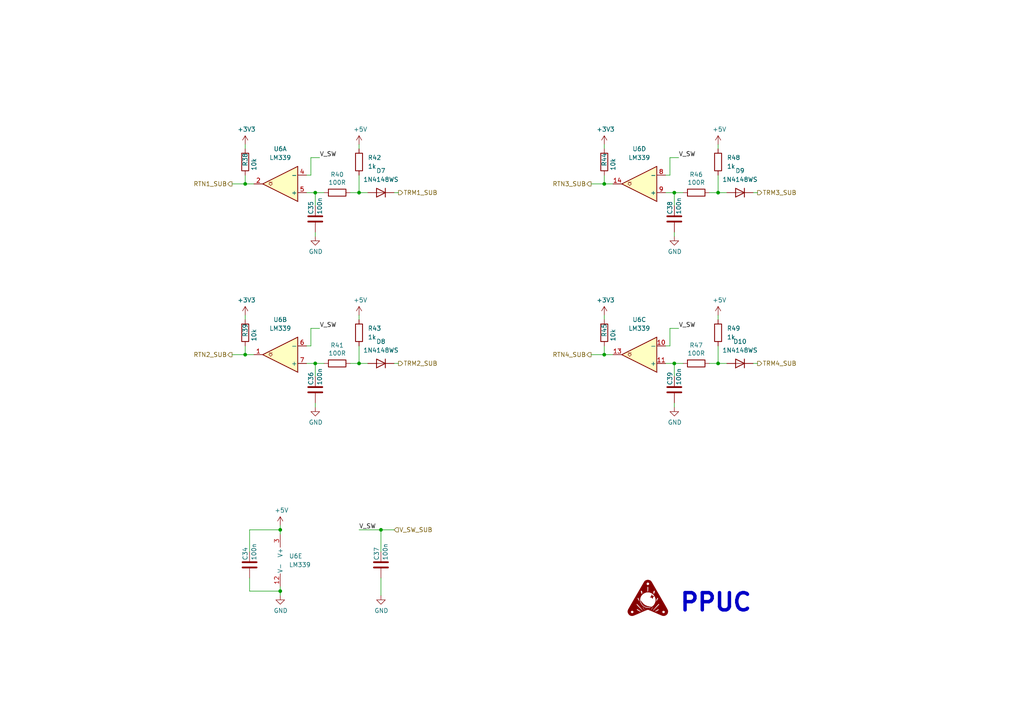
<source format=kicad_sch>
(kicad_sch (version 20211123) (generator eeschema)
  (paper "A4")
  (title_block (title "IO_16x8_matrix") (date "2024-02-18") (rev "0.1.0"))
  (lib_symbols
    (symbol "Comparator:LM339" (pin_names (offset 0.127))
      (property "Reference" "U" (at 0 5.08 0))
      (property "Value" "LM339" (at 0 -5.08 0))
      (symbol "LM339_1_1"
        (polyline (pts (xy -5.08 5.08) (xy 5.08 0) (xy -5.08 -5.08) (xy -5.08 5.08)) (stroke (width 0.254)) (fill (type background)))
        (polyline (pts (xy 3.302 -0.508) (xy 2.794 -0.508) (xy 3.302 0) (xy 2.794 0.508) (xy 2.286 0) (xy 2.794 -0.508) (xy 2.286 -0.508)) (stroke (width 0.127)))
        (pin open_collector line (at 7.62 0 180) (length 2.54) (name "~") (number "2"))
        (pin input line (at -7.62 -2.54 0) (length 2.54) (name "-") (number "4"))
        (pin input line (at -7.62 2.54 0) (length 2.54) (name "+") (number "5"))
      )
      (symbol "LM339_2_1"
        (polyline (pts (xy -5.08 5.08) (xy 5.08 0) (xy -5.08 -5.08) (xy -5.08 5.08)) (stroke (width 0.254)) (fill (type background)))
        (polyline (pts (xy 3.302 -0.508) (xy 2.794 -0.508) (xy 3.302 0) (xy 2.794 0.508) (xy 2.286 0) (xy 2.794 -0.508) (xy 2.286 -0.508)) (stroke (width 0.127)))
        (pin open_collector line (at 7.62 0 180) (length 2.54) (name "~") (number "1"))
        (pin input line (at -7.62 -2.54 0) (length 2.54) (name "-") (number "6"))
        (pin input line (at -7.62 2.54 0) (length 2.54) (name "+") (number "7"))
      )
      (symbol "LM339_3_1"
        (polyline (pts (xy -5.08 5.08) (xy 5.08 0) (xy -5.08 -5.08) (xy -5.08 5.08)) (stroke (width 0.254)) (fill (type background)))
        (polyline (pts (xy 3.302 -0.508) (xy 2.794 -0.508) (xy 3.302 0) (xy 2.794 0.508) (xy 2.286 0) (xy 2.794 -0.508) (xy 2.286 -0.508)) (stroke (width 0.127)))
        (pin input line (at -7.62 -2.54 0) (length 2.54) (name "-") (number "10"))
        (pin input line (at -7.62 2.54 0) (length 2.54) (name "+") (number "11"))
        (pin open_collector line (at 7.62 0 180) (length 2.54) (name "~") (number "13"))
      )
      (symbol "LM339_4_1"
        (polyline (pts (xy -5.08 5.08) (xy 5.08 0) (xy -5.08 -5.08) (xy -5.08 5.08)) (stroke (width 0.254)) (fill (type background)))
        (polyline (pts (xy 3.302 -0.508) (xy 2.794 -0.508) (xy 3.302 0) (xy 2.794 0.508) (xy 2.286 0) (xy 2.794 -0.508) (xy 2.286 -0.508)) (stroke (width 0.127)))
        (pin open_collector line (at 7.62 0 180) (length 2.54) (name "~") (number "14"))
        (pin input line (at -7.62 -2.54 0) (length 2.54) (name "-") (number "8"))
        (pin input line (at -7.62 2.54 0) (length 2.54) (name "+") (number "9"))
      )
      (symbol "LM339_5_1"
        (pin power_in line (at -2.54 -7.62 90) (length 3.81) (name "V-") (number "12"))
        (pin power_in line (at -2.54 7.62 270) (length 3.81) (name "V+") (number "3"))
      )
    )
    (symbol "Device:C" (pin_numbers hide) (pin_names (offset 0.254))
      (property "Reference" "C" (at 0.635 2.54 0))
      (property "Value" "C" (at 0.635 -2.54 0))
      (symbol "C_0_1"
        (polyline (pts (xy -2.032 -0.762) (xy 2.032 -0.762)) (stroke (width 0.508)))
        (polyline (pts (xy -2.032 0.762) (xy 2.032 0.762)) (stroke (width 0.508)))
      )
      (symbol "C_1_1"
        (pin passive line (at 0 3.81 270) (length 2.794) (name "~") (number "1"))
        (pin passive line (at 0 -3.81 90) (length 2.794) (name "~") (number "2"))
      )
    )
    (symbol "Device:R" (pin_numbers hide) (pin_names (offset 0))
      (property "Reference" "R" (at 2.032 0 90))
      (property "Value" "R" (at 0 0 90))
      (symbol "R_0_1"
        (rectangle (start -1.016 -2.54) (end 1.016 2.54) (stroke (width 0.254)))
      )
      (symbol "R_1_1"
        (pin passive line (at 0 3.81 270) (length 1.27) (name "~") (number "1"))
        (pin passive line (at 0 -3.81 90) (length 1.27) (name "~") (number "2"))
      )
    )
    (symbol "Diode:1N4148WS" (pin_numbers hide) (pin_names hide)
      (property "Reference" "D" (at 0 2.54 0))
      (property "Value" "1N4148WS" (at 0 -2.54 0))
      (symbol "1N4148WS_0_1"
        (polyline (pts (xy -1.27 1.27) (xy -1.27 -1.27)) (stroke (width 0.254)))
        (polyline (pts (xy 1.27 0) (xy -1.27 0)))
        (polyline (pts (xy 1.27 1.27) (xy 1.27 -1.27) (xy -1.27 0) (xy 1.27 1.27)) (stroke (width 0.254)))
      )
      (symbol "1N4148WS_1_1"
        (pin passive line (at -3.81 0 0) (length 2.54) (name "K") (number "1"))
        (pin passive line (at 3.81 0 180) (length 2.54) (name "A") (number "2"))
      )
    )
    (symbol "PPUC_LOGO_LIB:LOGO" (pin_names (offset 1.016))
      (symbol "LOGO_0_0"
        (polyline (pts (xy 1.3461 0.5723) (xy 1.401 0.7319) (xy 1.5604 0.9187) (xy 1.7415 1.0689) (xy 1.5906 1.0703) (xy 1.4626 1.0839) (xy 1.2757 1.1732) (xy 1.1226 1.3565) (xy 1.0185 1.5273) (xy 1.0183 1.3201) (xy 1.0052 1.1853) (xy 0.9467 1.0647) (xy 0.8201 0.9316) (xy 0.6221 0.7503) (xy 0.8008 0.7503) (xy 0.8737 0.7451) (xy 1.0075 0.6918) (xy 1.1462 0.5632) (xy 1.3128 0.3761) (xy 1.3461 0.5723)) (stroke (width 0.01)) (fill (type outline)))
        (polyline (pts (xy 0.1988 -2.0744) (xy 0.5626 -2.0132) (xy 0.8306 -1.9387) (xy 0.5626 -1.9329) (xy 0.4034 -1.9255) (xy -0.1437 -1.8346) (xy -0.6511 -1.6461) (xy -1.1124 -1.3635) (xy -1.5212 -0.9906) (xy -1.8709 -0.5311) (xy -1.984 -0.3573) (xy -2.0545 -0.2659) (xy -2.0804 -0.2689) (xy -2.0663 -0.3675) (xy -2.0172 -0.5626) (xy -1.9531 -0.7694) (xy -1.7523 -1.1905) (xy -1.478 -1.5343) (xy -1.1315 -1.7993) (xy -0.7139 -1.9844) (xy -0.5869 -2.0195) (xy -0.2016 -2.0761) (xy 0.1988 -2.0744)) (stroke (width 0.01)) (fill (type outline)))
        (polyline (pts (xy -4.5517 -4.6263) (xy -4.4448 -4.6087) (xy -4.3144 -4.5748) (xy -4.1524 -4.5216) (xy -3.9504 -4.4461) (xy -3.7002 -4.3452) (xy -3.3934 -4.216) (xy -3.0218 -4.0554) (xy -2.5771 -3.8605) (xy -2.0509 -3.6282) (xy -1.435 -3.3556) (xy -1.2826 -3.2884) (xy -0.8872 -3.1181) (xy -0.5757 -2.9915) (xy -0.3394 -2.9052) (xy -0.1694 -2.8558) (xy -0.0568 -2.84) (xy -0.0245 -2.8416) (xy 0.131 -2.8733) (xy 0.3579 -2.9476) (xy 0.3988 -2.9636) (xy 0.839 -2.9636) (xy 0.8472 -2.8886) (xy 0.9027 -2.7535) (xy 0.9916 -2.5822) (xy 1.0998 -2.3987) (xy 1.2134 -2.2268) (xy 1.3183 -2.0905) (xy 1.4005 -2.0137) (xy 1.4168 -2.0042) (xy 1.5142 -1.9565) (xy 1.554 -1.9532) (xy 1.5352 -1.9949) (xy 1.471 -2.1124) (xy 1.372 -2.2847) (xy 1.2494 -2.4921) (xy 1.1911 -2.5891) (xy 1.067 -2.7902) (xy 0.9809 -2.9159) (xy 0.922 -2.9787) (xy 0.8793 -2.9916) (xy 0.8417 -2.9673) (xy 0.839 -2.9636) (xy 0.3988 -2.9636) (xy 0.6639 -3.0673) (xy 0.7882 -3.1204) (xy 1.3552 -3.1204) (xy 1.3684 -3.0819) (xy 1.4092 -3.0182) (xy 1.4848 -2.9199) (xy 1.6022 -2.7776) (xy 1.7681 -2.5821) (xy 1.9898 -2.3238) (xy 2.2741 -1.9934) (xy 2.3543 -1.9006) (xy 2.5716 -1.6532) (xy 2.7639 -1.4401) (xy 2.9202 -1.2731) (xy 3.0295 -1.1642) (xy 3.0806 -1.1253) (xy 3.1358 -1.1406) (xy 3.2268 -1.2163) (xy 3.2683 -1.3101) (xy 3.2514 -1.3383) (xy 3.1703 -1.4365) (xy 3.0314 -1.5923) (xy 2.845 -1.7944) (xy 2.6213 -2.0315) (xy 2.3707 -2.2924) (xy 2.351 -2.3128) (xy 2.0542 -2.6162) (xy 1.8219 -2.8468) (xy 1.6473 -3.011) (xy 1.5231 -3.1152) (xy 1.4426 -3.1656) (xy 1.3986 -3.1685) (xy 1.3841 -3.1593) (xy 1.3628 -3.1431) (xy 1.3552 -3.1204) (xy 0.7882 -3.1204) (xy 1.0567 -3.2351) (xy 1.0705 -3.2411) (xy 1.3795 -3.3769) (xy 1.9566 -3.3769) (xy 1.9884 -3.3276) (xy 2.094 -3.2343) (xy 2.2572 -3.1101) (xy 2.4618 -2.9683) (xy 2.6777 -2.8269) (xy 2.8466 -2.7247) (xy 2.9592 -2.6709) (xy 3.0317 -2.658) (xy 3.0801 -2.6784) (xy 3.1461 -2.75) (xy 3.1608 -2.8368) (xy 3.096 -2.9317) (xy 2.9448 -3.0443) (xy 2.7 -3.184) (xy 2.4032 -3.33) (xy 2.1841 -3.41) (xy 2.1049 -3.4183) (xy 4.0884 -3.4183) (xy 4.1623 -3.2625) (xy 4.3036 -3.1508) (xy 4.5012 -3.108) (xy 4.5793 -3.1144) (xy 4.7536 -3.1871) (xy 4.8688 -3.3198) (xy 4.9151 -3.4866) (xy 4.8831 -3.6614) (xy 4.7631 -3.818) (xy 4.7494 -3.8288) (xy 4.5699 -3.9046) (xy 4.377 -3.8877) (xy 4.2041 -3.7802) (xy 4.187 -3.7622) (xy 4.093 -3.5932) (xy 4.0884 -3.4183) (xy 2.1049 -3.4183) (xy 2.0372 -3.4254) (xy 1.9569 -3.3776) (xy 1.9566 -3.3769) (xy 1.3795 -3.3769) (xy 1.4118 -3.3911) (xy 1.8166 -3.5689) (xy 2.2518 -3.7602) (xy 2.6843 -3.9502) (xy 3.0812 -4.1246) (xy 3.4438 -4.2828) (xy 3.7384 -4.4075) (xy 3.9656 -4.4978) (xy 4.1405 -4.5588) (xy 4.2783 -4.5958) (xy 4.3943 -4.6142) (xy 4.5035 -4.6191) (xy 4.5541 -4.6183) (xy 4.9176 -4.5572) (xy 5.2324 -4.407) (xy 5.4866 -4.1778) (xy 5.6688 -3.8797) (xy 5.767 -3.5229) (xy 5.7717 -3.4883) (xy 5.7812 -3.4013) (xy 5.7831 -3.317) (xy 5.7737 -3.2275) (xy 5.7489 -3.1248) (xy 5.7051 -3.001) (xy 5.6384 -2.848) (xy 5.5448 -2.658) (xy 5.4206 -2.4231) (xy 5.2619 -2.1351) (xy 5.0648 -1.7863) (xy 4.8256 -1.3685) (xy 4.5403 -0.874) (xy 4.2052 -0.2947) (xy 3.8596 0.3026) (xy 3.2999 1.2707) (xy 2.6957 2.3167) (xy 2.0442 3.4454) (xy 1.3424 4.6621) (xy 1.3358 4.6735) (xy 1.1639 4.9694) (xy 1.0314 5.1879) (xy 0.9254 5.3445) (xy 0.8331 5.4546) (xy 0.7415 5.5337) (xy 0.6378 5.5972) (xy 0.509 5.6605) (xy 0.4416 5.69) (xy 0.084 5.7811) (xy -0.2769 5.7684) (xy -0.6253 5.6522) (xy -0.7345 5.5939) (xy -0.885 5.5) (xy -0.9779 5.4245) (xy -0.9942 5.4027) (xy -1.0647 5.2936) (xy -1.1755 5.1127) (xy -1.3175 4.8747) (xy -1.4638 4.6255) (xy -0.4632 4.6255) (xy -0.4306 4.8182) (xy -0.3984 4.8816) (xy -0.2632 5.0164) (xy -0.0889 5.0695) (xy 0.0977 5.0371) (xy 0.2697 4.9157) (xy 0.3554 4.7754) (xy 0.3676 4.5978) (xy 0.2886 4.4299) (xy 0.1241 4.2957) (xy 0.0455 4.2633) (xy -0.1365 4.2539) (xy -0.2956 4.324) (xy -0.4114 4.4543) (xy -0.4632 4.6255) (xy -1.4638 4.6255) (xy -1.4819 4.5946) (xy -1.66 4.287) (xy -1.7166 4.1885) (xy -1.9049 3.8615) (xy -2.0851 3.5488) (xy -2.1688 3.404) (xy -0.2283 3.404) (xy -0.2262 3.5927) (xy -0.2144 3.7126) (xy -0.1911 3.7823) (xy -0.1547 3.82) (xy -0.0974 3.8437) (xy 0.0195 3.8417) (xy 0.061 3.8097) (xy 0.0892 3.7328) (xy 0.1031 3.5914) (xy 0.1067 3.3643) (xy 0.1066 3.3405) (xy 0.1012 3.0848) (xy 0.089 2.834) (xy 0.0724 2.6392) (xy 0.0716 2.6321) (xy 0.043 2.4646) (xy 0.0034 2.3807) (xy -0.0579 2.3578) (xy -0.1111 2.3636) (xy -0.1783 2.398) (xy -0.1789 2.3992) (xy -0.1896 2.4712) (xy -0.2012 2.627) (xy -0.2123 2.8444) (xy -0.2216 3.1014) (xy -0.2224 3.1282) (xy -0.2283 3.404) (xy -2.1688 3.404) (xy -2.2461 3.2702) (xy -2.3763 3.0453) (xy -2.4646 2.8937) (xy -2.5328 2.7766) (xy -2.6595 2.5584) (xy -2.6793 2.5242) (xy -2.1341 2.5242) (xy -2.1155 2.5845) (xy -2.0247 2.675) (xy -1.8982 2.6952) (xy -1.7757 2.633) (xy -1.7537 2.6068) (xy -1.6879 2.4618) (xy -1.6458 2.267) (xy -1.6309 2.0599) (xy -1.6466 1.8782) (xy -1.6962 1.7594) (xy -1.7615 1.6966) (xy -1.8218 1.6612) (xy -1.8419 1.6763) (xy -1.8946 1.7681) (xy -1.9597 1.9182) (xy -2.0266 2.0977) (xy -2.0849 2.2778) (xy -2.1243 2.4296) (xy -2.1341 2.5242) (xy -2.6793 2.5242) (xy -2.8158 2.2886) (xy -2.9879 1.9906) (xy -3.1625 1.688) (xy -3.2951 1.458) (xy -3.469 1.1568) (xy -3.63 0.8782) (xy -3.7647 0.6455) (xy -3.8595 0.4823) (xy -3.8914 0.4274) (xy -3.0678 0.4274) (xy -3.0484 0.5433) (xy -2.9776 0.6215) (xy -2.8768 0.6275) (xy -2.7998 0.5648) (xy -2.7033 0.4155) (xy -2.6127 0.2108) (xy -2.5894 0.1365) (xy -2.3239 0.1365) (xy -2.2472 0.5701) (xy -2.0885 0.9814) (xy -1.8498 1.3566) (xy -1.5332 1.6819) (xy -1.1407 1.9435) (xy -0.9119 2.0507) (xy -0.4377 2.1933) (xy 0.0354 2.2296) (xy 0.504 2.1594) (xy 0.8654 2.0208) (xy 1.5087 2.0208) (xy 1.525 2.2218) (xy 1.567 2.4548) (xy 1.6445 2.6272) (xy 1.7518 2.7009) (xy 1.8868 2.6733) (xy 1.9403 2.6399) (xy 1.9991 2.568) (xy 2.0109 2.4625) (xy 1.976 2.3022) (xy 1.8947 2.0662) (xy 1.8728 2.0084) (xy 1.8012 1.8315) (xy 1.7436 1.7078) (xy 1.7109 1.6612) (xy 1.6648 1.6879) (xy 1.5826 1.7664) (xy 1.55 1.8078) (xy 1.5157 1.8934) (xy 1.5087 2.0208) (xy 0.8654 2.0208) (xy 0.9647 1.9827) (xy 1.1079 1.903) (xy 1.4698 1.6273) (xy 1.772 1.2848) (xy 2.0056 0.8931) (xy 2.1613 0.4697) (xy 2.2302 0.0322) (xy 2.203 -0.4019) (xy 2.1714 -0.5408) (xy 2.1461 -0.6155) (xy 2.3578 -0.6155) (xy 2.3583 -0.2943) (xy 2.3682 -0.0984) (xy 2.4156 0.0962) (xy 2.5179 0.3043) (xy 2.5922 0.4276) (xy 2.6782 0.5541) (xy 2.7341 0.617) (xy 2.7414 0.6209) (xy 2.8273 0.6122) (xy 2.9101 0.5431) (xy 2.9472 0.4477) (xy 2.9318 0.398) (xy 2.8706 0.2689) (xy 2.7736 0.0883) (xy 2.6525 -0.1215) (xy 2.3578 -0.6155) (xy 2.1461 -0.6155) (xy 2.064 -0.8575) (xy 1.9161 -1.1751) (xy 1.7457 -1.4578) (xy 1.5706 -1.6698) (xy 1.3652 -1.8396) (xy 1.0298 -2.0466) (xy 0.6676 -2.2076) (xy 0.3215 -2.3008) (xy 0.1712 -2.3246) (xy 0.0123 -2.3442) (xy -0.1182 -2.3464) (xy -0.2648 -2.331) (xy -0.4724 -2.2979) (xy -0.4834 -2.296) (xy -0.9009 -2.1729) (xy -1.3021 -1.9569) (xy -1.6617 -1.6616) (xy -1.7713 -1.5443) (xy -2.0424 -1.1598) (xy -2.2235 -0.7423) (xy -2.3167 -0.3056) (xy -2.3239 0.1365) (xy -2.5894 0.1365) (xy -2.5398 -0.0217) (xy -2.4965 -0.2545) (xy -2.4816 -0.4145) (xy -2.4756 -0.541) (xy -2.4815 -0.5894) (xy -2.5017 -0.5657) (xy -2.5654 -0.4691) (xy -2.6582 -0.3191) (xy -2.7664 -0.1389) (xy -2.8762 0.0488) (xy -2.974 0.2208) (xy -3.046 0.3543) (xy -3.0678 0.4274) (xy -3.8914 0.4274) (xy -4.074 0.1136) (xy -4.3251 -0.3193) (xy -4.5746 -0.7508) (xy -4.8159 -1.1694) (xy -4.8786 -1.2784) (xy -3.3671 -1.2784) (xy -3.3327 -1.1892) (xy -3.2323 -1.1521) (xy -3.1966 -1.1624) (xy -3.1101 -1.2232) (xy -2.9813 -1.3438) (xy -2.8042 -1.5303) (xy -2.5728 -1.7888) (xy -2.4208 -1.9643) (xy -1.6612 -1.9643) (xy -1.6594 -1.9591) (xy -1.608 -1.97) (xy -1.508 -2.0309) (xy -1.4986 -2.0381) (xy -1.4073 -2.1382) (xy -1.294 -2.297) (xy -1.1757 -2.4857) (xy -1.1695 -2.4968) (xy -0.7356 -2.4968) (xy -0.7314 -2.4282) (xy -0.7254 -2.4236) (xy -0.6547 -2.4286) (xy -0.5743 -2.4801) (xy -0.5359 -2.5467) (xy -0.5327 -2.5851) (xy -0.5292 -2.5989) (xy -0.1072 -2.5989) (xy -0.1012 -2.5619) (xy -0.0536 -2.5185) (xy -0.029 -2.5276) (xy 0 -2.5989) (xy -0.0061 -2.6359) (xy -0.0536 -2.6793) (xy -0.0783 -2.6702) (xy -0.1072 -2.5989) (xy -0.5292 -2.5989) (xy -0.5081 -2.6831) (xy 0.3751 -2.6831) (xy 0.3938 -2.606) (xy 0.4512 -2.5082) (xy 0.5205 -2.4385) (xy 0.5741 -2.4318) (xy 0.5748 -2.4325) (xy 0.5814 -2.4999) (xy 0.5635 -2.6219) (xy 0.5251 -2.7192) (xy 0.4602 -2.7803) (xy 0.4009 -2.7713) (xy 0.3751 -2.6831) (xy -0.5081 -2.6831) (xy -0.5034 -2.7017) (xy -0.4959 -2.7525) (xy -0.5517 -2.7865) (xy -0.5685 -2.7818) (xy -0.6326 -2.7165) (xy -0.6955 -2.6073) (xy -0.7356 -2.4968) (xy -1.1695 -2.4968) (xy -1.0699 -2.6753) (xy -0.9938 -2.8369) (xy -0.9646 -2.9417) (xy -0.969 -2.9815) (xy -1.0057 -2.9971) (xy -1.0815 -2.9245) (xy -1.199 -2.761) (xy -1.3606 -2.5038) (xy -1.4599 -2.3373) (xy -1.5641 -2.1562) (xy -1.635 -2.025) (xy -1.6612 -1.9643) (xy -2.4208 -1.9643) (xy -2.2811 -2.1255) (xy -2.1217 -2.3119) (xy -1.9044 -2.5679) (xy -1.7186 -2.7886) (xy -1.574 -2.9626) (xy -1.4803 -3.0784) (xy -1.4469 -3.1245) (xy -1.454 -3.1382) (xy -1.52 -3.1781) (xy -1.5278 -3.1783) (xy -1.6047 -3.1327) (xy -1.7462 -3.0164) (xy -1.9453 -2.8356) (xy -2.1952 -2.5966) (xy -2.489 -2.3054) (xy -2.6581 -2.1348) (xy -2.9131 -1.8736) (xy -3.1029 -1.672) (xy -3.2353 -1.521) (xy -3.3182 -1.4112) (xy -3.3595 -1.3334) (xy -3.3671 -1.2784) (xy -4.8786 -1.2784) (xy -5.0426 -1.5637) (xy -5.2481 -1.9224) (xy -5.4258 -2.2341) (xy -5.5692 -2.4873) (xy -5.6719 -2.6707) (xy -5.7271 -2.7729) (xy -5.7627 -2.8709) (xy -3.2801 -2.8709) (xy -3.2782 -2.7698) (xy -3.2311 -2.6705) (xy -3.1611 -2.6257) (xy -3.1607 -2.6257) (xy -3.0971 -2.6543) (xy -2.9637 -2.7303) (xy -2.7798 -2.8423) (xy -2.5647 -2.9788) (xy -2.4856 -3.0303) (xy -2.2723 -3.1753) (xy -2.1417 -3.2771) (xy -2.0852 -3.3429) (xy -2.0946 -3.3799) (xy -2.1486 -3.4044) (xy -2.2775 -3.4271) (xy -2.3431 -3.4116) (xy -2.4883 -3.3518) (xy -2.6743 -3.2611) (xy -2.8733 -3.1545) (xy -3.0577 -3.0469) (xy -3.1998 -2.9533) (xy -3.2718 -2.8888) (xy -3.2801 -2.8709) (xy -5.7627 -2.8709) (xy -5.8531 -3.1193) (xy -5.8778 -3.4709) (xy -5.8635 -3.5309) (xy -5.022 -3.5309) (xy -5.0037 -3.3668) (xy -4.9098 -3.2345) (xy -4.7661 -3.1451) (xy -4.5983 -3.1099) (xy -4.432 -3.1399) (xy -4.293 -3.2464) (xy -4.1967 -3.4285) (xy -4.2009 -3.61) (xy -4.3113 -3.7802) (xy -4.4173 -3.8602) (xy -4.5991 -3.9092) (xy -4.7763 -3.8703) (xy -4.9237 -3.7513) (xy -5.016 -3.5602) (xy -5.022 -3.5309) (xy -5.8635 -3.5309) (xy -5.7969 -3.8115) (xy -5.611 -4.1347) (xy -5.4411 -4.3242) (xy -5.1815 -4.5027) (xy -4.8682 -4.6016) (xy -4.8152 -4.6112) (xy -4.7286 -4.6245) (xy -4.6436 -4.6306) (xy -4.5517 -4.6263)) (stroke (width 0.01)) (fill (type outline)))
      )
    )
    (symbol "power:+3V3" (power) (pin_names (offset 0))
      (property "Value" "+3V3" (at 0 3.556 0))
      (symbol "+3V3_0_1"
        (polyline (pts (xy -0.762 1.27) (xy 0 2.54)))
        (polyline (pts (xy 0 0) (xy 0 2.54)))
        (polyline (pts (xy 0 2.54) (xy 0.762 1.27)))
      )
      (symbol "+3V3_1_1"
        (pin power_in line (at 0 0 90) (length 0) hide (name "+3V3") (number "1"))
      )
    )
    (symbol "power:+5V" (power) (pin_names (offset 0))
      (property "Value" "+5V" (at 0 3.556 0))
      (symbol "+5V_0_1"
        (polyline (pts (xy -0.762 1.27) (xy 0 2.54)))
        (polyline (pts (xy 0 0) (xy 0 2.54)))
        (polyline (pts (xy 0 2.54) (xy 0.762 1.27)))
      )
      (symbol "+5V_1_1"
        (pin power_in line (at 0 0 90) (length 0) hide (name "+5V") (number "1"))
      )
    )
    (symbol "power:GND" (power) (pin_names (offset 0))
      (property "Value" "GND" (at 0 -3.81 0))
      (symbol "GND_0_1"
        (polyline (pts (xy 0 0) (xy 0 -1.27) (xy 1.27 -1.27) (xy 0 -2.54) (xy -1.27 -1.27) (xy 0 -1.27)))
      )
      (symbol "GND_1_1"
        (pin power_in line (at 0 0 270) (length 0) hide (name "GND") (number "1"))
      )
    )
  )
  (junction (at 175.26 102.87))
  (junction (at 208.28 55.88))
  (junction (at 91.44 55.88))
  (junction (at 208.28 105.41))
  (junction (at 71.12 102.87))
  (junction (at 81.28 171.45))
  (junction (at 175.26 53.34))
  (junction (at 104.14 55.88))
  (junction (at 71.12 53.34))
  (junction (at 104.14 105.41))
  (junction (at 195.58 105.41))
  (junction (at 110.49 153.67))
  (junction (at 195.58 55.88))
  (junction (at 81.28 153.67))
  (junction (at 91.44 105.41))
  (wire (pts (xy 195.58 105.41) (xy 195.58 109.22)))
  (wire (pts (xy 91.44 68.58) (xy 91.44 67.31)))
  (wire (pts (xy 67.31 102.87) (xy 71.12 102.87)))
  (wire (pts (xy 194.31 45.72) (xy 194.31 50.8)))
  (wire (pts (xy 88.9 55.88) (xy 91.44 55.88)))
  (wire (pts (xy 208.28 41.91) (xy 208.28 43.18)))
  (wire (pts (xy 175.26 91.44) (xy 175.26 92.71)))
  (wire (pts (xy 101.6 55.88) (xy 104.14 55.88)))
  (wire (pts (xy 195.58 118.11) (xy 195.58 116.84)))
  (wire (pts (xy 72.39 160.02) (xy 72.39 153.67)))
  (wire (pts (xy 196.85 95.25) (xy 194.31 95.25)))
  (wire (pts (xy 175.26 100.33) (xy 175.26 102.87)))
  (wire (pts (xy 218.44 55.88) (xy 219.71 55.88)))
  (wire (pts (xy 110.49 167.64) (xy 110.49 172.72)))
  (wire (pts (xy 195.58 55.88) (xy 195.58 59.69)))
  (wire (pts (xy 196.85 45.72) (xy 194.31 45.72)))
  (wire (pts (xy 104.14 100.33) (xy 104.14 105.41)))
  (wire (pts (xy 88.9 50.8) (xy 90.17 50.8)))
  (wire (pts (xy 114.3 105.41) (xy 115.57 105.41)))
  (wire (pts (xy 208.28 55.88) (xy 210.82 55.88)))
  (wire (pts (xy 81.28 170.18) (xy 81.28 171.45)))
  (wire (pts (xy 101.6 105.41) (xy 104.14 105.41)))
  (wire (pts (xy 91.44 105.41) (xy 91.44 109.22)))
  (wire (pts (xy 175.26 41.91) (xy 175.26 43.18)))
  (wire (pts (xy 90.17 95.25) (xy 90.17 100.33)))
  (wire (pts (xy 71.12 91.44) (xy 71.12 92.71)))
  (wire (pts (xy 81.28 152.4) (xy 81.28 153.67)))
  (wire (pts (xy 193.04 105.41) (xy 195.58 105.41)))
  (wire (pts (xy 110.49 153.67) (xy 110.49 160.02)))
  (wire (pts (xy 91.44 118.11) (xy 91.44 116.84)))
  (wire (pts (xy 72.39 167.64) (xy 72.39 171.45)))
  (wire (pts (xy 205.74 105.41) (xy 208.28 105.41)))
  (wire (pts (xy 218.44 105.41) (xy 219.71 105.41)))
  (wire (pts (xy 208.28 91.44) (xy 208.28 92.71)))
  (wire (pts (xy 195.58 105.41) (xy 198.12 105.41)))
  (wire (pts (xy 72.39 153.67) (xy 81.28 153.67)))
  (wire (pts (xy 114.3 55.88) (xy 115.57 55.88)))
  (wire (pts (xy 195.58 55.88) (xy 198.12 55.88)))
  (wire (pts (xy 67.31 53.34) (xy 71.12 53.34)))
  (wire (pts (xy 92.71 95.25) (xy 90.17 95.25)))
  (wire (pts (xy 205.74 55.88) (xy 208.28 55.88)))
  (wire (pts (xy 110.49 153.67) (xy 114.3 153.67)))
  (wire (pts (xy 171.45 102.87) (xy 175.26 102.87)))
  (wire (pts (xy 194.31 95.25) (xy 194.31 100.33)))
  (wire (pts (xy 195.58 68.58) (xy 195.58 67.31)))
  (wire (pts (xy 88.9 100.33) (xy 90.17 100.33)))
  (wire (pts (xy 71.12 102.87) (xy 73.66 102.87)))
  (wire (pts (xy 104.14 50.8) (xy 104.14 55.88)))
  (wire (pts (xy 208.28 50.8) (xy 208.28 55.88)))
  (wire (pts (xy 92.71 45.72) (xy 90.17 45.72)))
  (wire (pts (xy 88.9 105.41) (xy 91.44 105.41)))
  (wire (pts (xy 91.44 105.41) (xy 93.98 105.41)))
  (wire (pts (xy 71.12 50.8) (xy 71.12 53.34)))
  (wire (pts (xy 175.26 53.34) (xy 177.8 53.34)))
  (wire (pts (xy 175.26 50.8) (xy 175.26 53.34)))
  (wire (pts (xy 104.14 153.67) (xy 110.49 153.67)))
  (wire (pts (xy 104.14 105.41) (xy 106.68 105.41)))
  (wire (pts (xy 208.28 105.41) (xy 210.82 105.41)))
  (wire (pts (xy 90.17 45.72) (xy 90.17 50.8)))
  (wire (pts (xy 175.26 102.87) (xy 177.8 102.87)))
  (wire (pts (xy 91.44 55.88) (xy 93.98 55.88)))
  (wire (pts (xy 71.12 53.34) (xy 73.66 53.34)))
  (wire (pts (xy 171.45 53.34) (xy 175.26 53.34)))
  (wire (pts (xy 193.04 100.33) (xy 194.31 100.33)))
  (wire (pts (xy 81.28 171.45) (xy 81.28 172.72)))
  (wire (pts (xy 193.04 55.88) (xy 195.58 55.88)))
  (wire (pts (xy 193.04 50.8) (xy 194.31 50.8)))
  (wire (pts (xy 71.12 41.91) (xy 71.12 43.18)))
  (wire (pts (xy 208.28 100.33) (xy 208.28 105.41)))
  (wire (pts (xy 81.28 153.67) (xy 81.28 154.94)))
  (wire (pts (xy 104.14 91.44) (xy 104.14 92.71)))
  (wire (pts (xy 104.14 55.88) (xy 106.68 55.88)))
  (wire (pts (xy 72.39 171.45) (xy 81.28 171.45)))
  (wire (pts (xy 104.14 41.91) (xy 104.14 43.18)))
  (wire (pts (xy 71.12 100.33) (xy 71.12 102.87)))
  (wire (pts (xy 91.44 55.88) (xy 91.44 59.69)))
  (text "PPUC" (at 196.85 177.8 0) (effects (font (size 5 5) bold) (justify left bottom)))
  (label "V_SW" (at 104.14 153.67 0))
  (label "V_SW" (at 196.85 45.72 0))
  (label "V_SW" (at 92.71 45.72 0))
  (label "V_SW" (at 92.71 95.25 0))
  (label "V_SW" (at 196.85 95.25 0))
  (hierarchical_label "RTN1_SUB" (shape output) (at 67.31 53.34 180))
  (hierarchical_label "RTN2_SUB" (shape output) (at 67.31 102.87 180))
  (hierarchical_label "RTN4_SUB" (shape output) (at 171.45 102.87 180))
  (hierarchical_label "V_SW_SUB" (shape input) (at 114.3 153.67 0))
  (hierarchical_label "RTN3_SUB" (shape output) (at 171.45 53.34 180))
  (hierarchical_label "TRM1_SUB" (shape output) (at 115.57 55.88 0))
  (hierarchical_label "TRM2_SUB" (shape output) (at 115.57 105.41 0))
  (hierarchical_label "TRM4_SUB" (shape output) (at 219.71 105.41 0))
  (hierarchical_label "TRM3_SUB" (shape output) (at 219.71 55.88 0))
  (symbol (lib_id "Device:R") (at 97.79 55.88 90) (mirror x) (unit 1)
    (property "Reference" "R40" (at 97.79 50.6222 90))
    (property "Value" "100R" (at 97.79 52.9336 90))
    (property "Footprint" "Resistor_SMD:R_0603_1608Metric" (effects hide))
  )
  (symbol (lib_id "Device:R") (at 71.12 96.52 0) (unit 1)
    (property "Reference" "R39" (at 71.12 97.79 90) (effects (justify left)))
    (property "Value" "10k" (at 73.66 99.06 90) (effects (justify left)))
    (property "Footprint" "Resistor_SMD:R_0603_1608Metric" (effects hide))
  )
  (symbol (lib_id "Device:R") (at 97.79 105.41 90) (mirror x) (unit 1)
    (property "Reference" "R41" (at 97.79 100.1522 90))
    (property "Value" "100R" (at 97.79 102.4636 90))
    (property "Footprint" "Resistor_SMD:R_0603_1608Metric" (effects hide))
  )
  (symbol (lib_id "Comparator:LM339") (at 185.42 53.34 180) (unit 4)
    (property "Reference" "U6" (at 185.42 43.18 0))
    (property "Value" "LM339" (at 185.42 45.72 0))
    (property "Footprint" "Package_SO:SOIC-14_3.9x8.7mm_P1.27mm" (effects hide))
    (property "Datasheet" "https://www.st.com/resource/en/datasheet/lm139.pdf" (effects hide))
  )
  (symbol (lib_id "power:GND") (at 91.44 68.58 0) (unit 1)
    (property "Reference" "#PWR037" (effects hide))
    (property "Value" "GND" (at 91.567 72.9742 0))
  )
  (symbol (lib_id "Comparator:LM339") (at 185.42 102.87 180) (unit 3)
    (property "Reference" "U6" (at 185.42 92.71 0))
    (property "Value" "LM339" (at 185.42 95.25 0))
    (property "Footprint" "Package_SO:SOIC-14_3.9x8.7mm_P1.27mm" (effects hide))
    (property "Datasheet" "https://www.st.com/resource/en/datasheet/lm139.pdf" (effects hide))
  )
  (symbol (lib_id "Diode:1N4148WS") (at 110.49 55.88 180) (unit 1)
    (property "Reference" "D7" (at 110.49 49.53 0))
    (property "Value" "1N4148WS" (at 110.49 52.07 0))
    (property "Footprint" "Diode_SMD:D_SOD-323" (effects hide))
    (property "Datasheet" "https://www.vishay.com/docs/85751/1n4148ws.pdf" (effects hide))
  )
  (symbol (lib_id "power:GND") (at 81.28 172.72 0) (unit 1)
    (property "Reference" "#PWR036" (effects hide))
    (property "Value" "GND" (at 81.407 177.1142 0))
  )
  (symbol (lib_id "Device:C") (at 110.49 163.83 0) (unit 1)
    (property "Reference" "C37" (at 109.22 162.56 90) (effects (justify left)))
    (property "Value" "100n" (at 111.76 162.56 90) (effects (justify left)))
    (property "Footprint" "Capacitor_SMD:C_0402_1005Metric" (effects hide))
  )
  (symbol (lib_id "power:+3V3") (at 71.12 91.44 0) (unit 1)
    (property "Reference" "#PWR034" (effects hide))
    (property "Value" "+3V3" (at 71.501 87.0458 0))
  )
  (symbol (lib_id "power:+5V") (at 208.28 41.91 0) (unit 1)
    (property "Reference" "#PWR046" (effects hide))
    (property "Value" "+5V" (at 208.661 37.5158 0))
  )
  (symbol (lib_id "Device:C") (at 72.39 163.83 0) (unit 1)
    (property "Reference" "C34" (at 71.12 162.56 90) (effects (justify left)))
    (property "Value" "100n" (at 73.66 162.56 90) (effects (justify left)))
    (property "Footprint" "Capacitor_SMD:C_0402_1005Metric" (effects hide))
  )
  (symbol (lib_id "Comparator:LM339") (at 81.28 53.34 180) (unit 1)
    (property "Reference" "U6" (at 81.28 43.18 0))
    (property "Value" "LM339" (at 81.28 45.72 0))
    (property "Footprint" "Package_SO:SOIC-14_3.9x8.7mm_P1.27mm" (effects hide))
    (property "Datasheet" "https://www.st.com/resource/en/datasheet/lm139.pdf" (effects hide))
  )
  (symbol (lib_id "Device:R") (at 104.14 46.99 0) (unit 1)
    (property "Reference" "R42" (at 106.68 45.7199 0) (effects (justify left)))
    (property "Value" "1k" (at 106.68 48.2599 0) (effects (justify left)))
    (property "Footprint" "Resistor_SMD:R_0603_1608Metric" (effects hide))
  )
  (symbol (lib_id "PPUC_LOGO_LIB:LOGO") (at 187.96 173.99 0) (unit 1)
    (property "Reference" "#G4" (effects hide))
    (property "Value" "LOGO" (effects hide))
  )
  (symbol (lib_id "power:+3V3") (at 71.12 41.91 0) (unit 1)
    (property "Reference" "#PWR033" (effects hide))
    (property "Value" "+3V3" (at 71.501 37.5158 0))
  )
  (symbol (lib_id "power:GND") (at 91.44 118.11 0) (unit 1)
    (property "Reference" "#PWR038" (effects hide))
    (property "Value" "GND" (at 91.567 122.5042 0))
  )
  (symbol (lib_id "Device:R") (at 175.26 46.99 0) (unit 1)
    (property "Reference" "R44" (at 175.26 48.26 90) (effects (justify left)))
    (property "Value" "10k" (at 177.8 49.53 90) (effects (justify left)))
    (property "Footprint" "Resistor_SMD:R_0603_1608Metric" (effects hide))
  )
  (symbol (lib_id "power:GND") (at 110.49 172.72 0) (unit 1)
    (property "Reference" "#PWR041" (effects hide))
    (property "Value" "GND" (at 110.617 177.1142 0))
  )
  (symbol (lib_id "Device:R") (at 201.93 105.41 90) (mirror x) (unit 1)
    (property "Reference" "R47" (at 201.93 100.1522 90))
    (property "Value" "100R" (at 201.93 102.4636 90))
    (property "Footprint" "Resistor_SMD:R_0603_1608Metric" (effects hide))
  )
  (symbol (lib_id "power:+3V3") (at 175.26 91.44 0) (unit 1)
    (property "Reference" "#PWR043" (effects hide))
    (property "Value" "+3V3" (at 175.641 87.0458 0))
  )
  (symbol (lib_id "Device:R") (at 104.14 96.52 0) (unit 1)
    (property "Reference" "R43" (at 106.68 95.2499 0) (effects (justify left)))
    (property "Value" "1k" (at 106.68 97.7899 0) (effects (justify left)))
    (property "Footprint" "Resistor_SMD:R_0603_1608Metric" (effects hide))
  )
  (symbol (lib_id "power:GND") (at 195.58 118.11 0) (unit 1)
    (property "Reference" "#PWR045" (effects hide))
    (property "Value" "GND" (at 195.707 122.5042 0))
  )
  (symbol (lib_id "Device:C") (at 91.44 63.5 0) (unit 1)
    (property "Reference" "C35" (at 90.17 62.23 90) (effects (justify left)))
    (property "Value" "100n" (at 92.71 62.23 90) (effects (justify left)))
    (property "Footprint" "Capacitor_SMD:C_0402_1005Metric" (effects hide))
  )
  (symbol (lib_id "Diode:1N4148WS") (at 214.63 55.88 180) (unit 1)
    (property "Reference" "D9" (at 214.63 49.53 0))
    (property "Value" "1N4148WS" (at 214.63 52.07 0))
    (property "Footprint" "Diode_SMD:D_SOD-323" (effects hide))
    (property "Datasheet" "https://www.vishay.com/docs/85751/1n4148ws.pdf" (effects hide))
  )
  (symbol (lib_id "Device:R") (at 71.12 46.99 0) (unit 1)
    (property "Reference" "R38" (at 71.12 48.26 90) (effects (justify left)))
    (property "Value" "10k" (at 73.66 49.53 90) (effects (justify left)))
    (property "Footprint" "Resistor_SMD:R_0603_1608Metric" (effects hide))
  )
  (symbol (lib_id "Device:C") (at 195.58 113.03 0) (unit 1)
    (property "Reference" "C39" (at 194.31 111.76 90) (effects (justify left)))
    (property "Value" "100n" (at 196.85 111.76 90) (effects (justify left)))
    (property "Footprint" "Capacitor_SMD:C_0402_1005Metric" (effects hide))
  )
  (symbol (lib_id "power:GND") (at 195.58 68.58 0) (unit 1)
    (property "Reference" "#PWR044" (effects hide))
    (property "Value" "GND" (at 195.707 72.9742 0))
  )
  (symbol (lib_id "Comparator:LM339") (at 81.28 102.87 180) (unit 2)
    (property "Reference" "U6" (at 81.28 92.71 0))
    (property "Value" "LM339" (at 81.28 95.25 0))
    (property "Footprint" "Package_SO:SOIC-14_3.9x8.7mm_P1.27mm" (effects hide))
    (property "Datasheet" "https://www.st.com/resource/en/datasheet/lm139.pdf" (effects hide))
  )
  (symbol (lib_id "power:+3V3") (at 175.26 41.91 0) (unit 1)
    (property "Reference" "#PWR042" (effects hide))
    (property "Value" "+3V3" (at 175.641 37.5158 0))
  )
  (symbol (lib_id "Device:R") (at 208.28 96.52 0) (unit 1)
    (property "Reference" "R49" (at 210.82 95.2499 0) (effects (justify left)))
    (property "Value" "1k" (at 210.82 97.7899 0) (effects (justify left)))
    (property "Footprint" "Resistor_SMD:R_0603_1608Metric" (effects hide))
  )
  (symbol (lib_id "Diode:1N4148WS") (at 214.63 105.41 180) (unit 1)
    (property "Reference" "D10" (at 214.63 99.06 0))
    (property "Value" "1N4148WS" (at 214.63 101.6 0))
    (property "Footprint" "Diode_SMD:D_SOD-323" (effects hide))
    (property "Datasheet" "https://www.vishay.com/docs/85751/1n4148ws.pdf" (effects hide))
  )
  (symbol (lib_id "Comparator:LM339") (at 83.82 162.56 0) (unit 5)
    (property "Reference" "U6" (at 83.82 161.2899 0) (effects (justify left)))
    (property "Value" "LM339" (at 83.82 163.8299 0) (effects (justify left)))
    (property "Footprint" "Package_SO:SOIC-14_3.9x8.7mm_P1.27mm" (effects hide))
    (property "Datasheet" "https://www.st.com/resource/en/datasheet/lm139.pdf" (effects hide))
  )
  (symbol (lib_id "Device:C") (at 195.58 63.5 0) (unit 1)
    (property "Reference" "C38" (at 194.31 62.23 90) (effects (justify left)))
    (property "Value" "100n" (at 196.85 62.23 90) (effects (justify left)))
    (property "Footprint" "Capacitor_SMD:C_0402_1005Metric" (effects hide))
  )
  (symbol (lib_id "Device:R") (at 208.28 46.99 0) (unit 1)
    (property "Reference" "R48" (at 210.82 45.7199 0) (effects (justify left)))
    (property "Value" "1k" (at 210.82 48.2599 0) (effects (justify left)))
    (property "Footprint" "Resistor_SMD:R_0603_1608Metric" (effects hide))
  )
  (symbol (lib_id "Diode:1N4148WS") (at 110.49 105.41 180) (unit 1)
    (property "Reference" "D8" (at 110.49 99.06 0))
    (property "Value" "1N4148WS" (at 110.49 101.6 0))
    (property "Footprint" "Diode_SMD:D_SOD-323" (effects hide))
    (property "Datasheet" "https://www.vishay.com/docs/85751/1n4148ws.pdf" (effects hide))
  )
  (symbol (lib_id "Device:R") (at 175.26 96.52 0) (unit 1)
    (property "Reference" "R45" (at 175.26 97.79 90) (effects (justify left)))
    (property "Value" "10k" (at 177.8 99.06 90) (effects (justify left)))
    (property "Footprint" "Resistor_SMD:R_0603_1608Metric" (effects hide))
  )
  (symbol (lib_id "power:+5V") (at 208.28 91.44 0) (unit 1)
    (property "Reference" "#PWR047" (effects hide))
    (property "Value" "+5V" (at 208.661 87.0458 0))
  )
  (symbol (lib_id "power:+5V") (at 81.28 152.4 0) (unit 1)
    (property "Reference" "#PWR035" (effects hide))
    (property "Value" "+5V" (at 81.661 148.0058 0))
  )
  (symbol (lib_id "Device:R") (at 201.93 55.88 90) (mirror x) (unit 1)
    (property "Reference" "R46" (at 201.93 50.6222 90))
    (property "Value" "100R" (at 201.93 52.9336 90))
    (property "Footprint" "Resistor_SMD:R_0603_1608Metric" (effects hide))
  )
  (symbol (lib_id "power:+5V") (at 104.14 41.91 0) (unit 1)
    (property "Reference" "#PWR039" (effects hide))
    (property "Value" "+5V" (at 104.521 37.5158 0))
  )
  (symbol (lib_id "power:+5V") (at 104.14 91.44 0) (unit 1)
    (property "Reference" "#PWR040" (effects hide))
    (property "Value" "+5V" (at 104.521 87.0458 0))
  )
  (symbol (lib_id "Device:C") (at 91.44 113.03 0) (unit 1)
    (property "Reference" "C36" (at 90.17 111.76 90) (effects (justify left)))
    (property "Value" "100n" (at 92.71 111.76 90) (effects (justify left)))
    (property "Footprint" "Capacitor_SMD:C_0402_1005Metric" (effects hide))
  )
)
</source>
